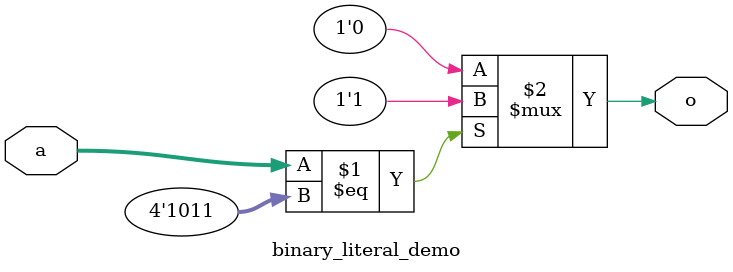
<source format=v>
module binary_literal_demo (
    input [3:0] a,
    output o
);
assign o = (a == 4'b1011) ? 1'b1 : 1'b0;
endmodule
</source>
